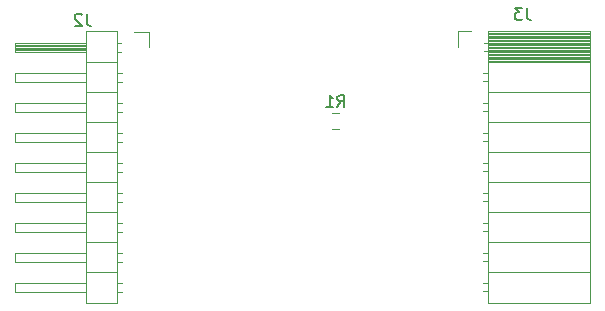
<source format=gbr>
G04 #@! TF.GenerationSoftware,KiCad,Pcbnew,5.1.2*
G04 #@! TF.CreationDate,2019-05-05T18:37:35+02:00*
G04 #@! TF.ProjectId,driverboard,64726976-6572-4626-9f61-72642e6b6963,rev?*
G04 #@! TF.SameCoordinates,Original*
G04 #@! TF.FileFunction,Legend,Bot*
G04 #@! TF.FilePolarity,Positive*
%FSLAX46Y46*%
G04 Gerber Fmt 4.6, Leading zero omitted, Abs format (unit mm)*
G04 Created by KiCad (PCBNEW 5.1.2) date 2019-05-05 18:37:35*
%MOMM*%
%LPD*%
G04 APERTURE LIST*
%ADD10C,0.120000*%
%ADD11C,0.150000*%
G04 APERTURE END LIST*
D10*
X97310000Y-105670000D02*
X97310000Y-128650000D01*
X97310000Y-128650000D02*
X94650000Y-128650000D01*
X94650000Y-128650000D02*
X94650000Y-105670000D01*
X94650000Y-105670000D02*
X97310000Y-105670000D01*
X94650000Y-106620000D02*
X88650000Y-106620000D01*
X88650000Y-106620000D02*
X88650000Y-107380000D01*
X88650000Y-107380000D02*
X94650000Y-107380000D01*
X94650000Y-106680000D02*
X88650000Y-106680000D01*
X94650000Y-106800000D02*
X88650000Y-106800000D01*
X94650000Y-106920000D02*
X88650000Y-106920000D01*
X94650000Y-107040000D02*
X88650000Y-107040000D01*
X94650000Y-107160000D02*
X88650000Y-107160000D01*
X94650000Y-107280000D02*
X88650000Y-107280000D01*
X97640000Y-106620000D02*
X97310000Y-106620000D01*
X97640000Y-107380000D02*
X97310000Y-107380000D01*
X97310000Y-108270000D02*
X94650000Y-108270000D01*
X94650000Y-109160000D02*
X88650000Y-109160000D01*
X88650000Y-109160000D02*
X88650000Y-109920000D01*
X88650000Y-109920000D02*
X94650000Y-109920000D01*
X97707071Y-109160000D02*
X97310000Y-109160000D01*
X97707071Y-109920000D02*
X97310000Y-109920000D01*
X97310000Y-110810000D02*
X94650000Y-110810000D01*
X94650000Y-111700000D02*
X88650000Y-111700000D01*
X88650000Y-111700000D02*
X88650000Y-112460000D01*
X88650000Y-112460000D02*
X94650000Y-112460000D01*
X97707071Y-111700000D02*
X97310000Y-111700000D01*
X97707071Y-112460000D02*
X97310000Y-112460000D01*
X97310000Y-113350000D02*
X94650000Y-113350000D01*
X94650000Y-114240000D02*
X88650000Y-114240000D01*
X88650000Y-114240000D02*
X88650000Y-115000000D01*
X88650000Y-115000000D02*
X94650000Y-115000000D01*
X97707071Y-114240000D02*
X97310000Y-114240000D01*
X97707071Y-115000000D02*
X97310000Y-115000000D01*
X97310000Y-115890000D02*
X94650000Y-115890000D01*
X94650000Y-116780000D02*
X88650000Y-116780000D01*
X88650000Y-116780000D02*
X88650000Y-117540000D01*
X88650000Y-117540000D02*
X94650000Y-117540000D01*
X97707071Y-116780000D02*
X97310000Y-116780000D01*
X97707071Y-117540000D02*
X97310000Y-117540000D01*
X97310000Y-118430000D02*
X94650000Y-118430000D01*
X94650000Y-119320000D02*
X88650000Y-119320000D01*
X88650000Y-119320000D02*
X88650000Y-120080000D01*
X88650000Y-120080000D02*
X94650000Y-120080000D01*
X97707071Y-119320000D02*
X97310000Y-119320000D01*
X97707071Y-120080000D02*
X97310000Y-120080000D01*
X97310000Y-120970000D02*
X94650000Y-120970000D01*
X94650000Y-121860000D02*
X88650000Y-121860000D01*
X88650000Y-121860000D02*
X88650000Y-122620000D01*
X88650000Y-122620000D02*
X94650000Y-122620000D01*
X97707071Y-121860000D02*
X97310000Y-121860000D01*
X97707071Y-122620000D02*
X97310000Y-122620000D01*
X97310000Y-123510000D02*
X94650000Y-123510000D01*
X94650000Y-124400000D02*
X88650000Y-124400000D01*
X88650000Y-124400000D02*
X88650000Y-125160000D01*
X88650000Y-125160000D02*
X94650000Y-125160000D01*
X97707071Y-124400000D02*
X97310000Y-124400000D01*
X97707071Y-125160000D02*
X97310000Y-125160000D01*
X97310000Y-126050000D02*
X94650000Y-126050000D01*
X94650000Y-126940000D02*
X88650000Y-126940000D01*
X88650000Y-126940000D02*
X88650000Y-127700000D01*
X88650000Y-127700000D02*
X94650000Y-127700000D01*
X97707071Y-126940000D02*
X97310000Y-126940000D01*
X97707071Y-127700000D02*
X97310000Y-127700000D01*
X100020000Y-107000000D02*
X100020000Y-105730000D01*
X100020000Y-105730000D02*
X98750000Y-105730000D01*
X137340000Y-105790000D02*
X128710000Y-105790000D01*
X137340000Y-105908095D02*
X128710000Y-105908095D01*
X137340000Y-106026190D02*
X128710000Y-106026190D01*
X137340000Y-106144285D02*
X128710000Y-106144285D01*
X137340000Y-106262380D02*
X128710000Y-106262380D01*
X137340000Y-106380475D02*
X128710000Y-106380475D01*
X137340000Y-106498570D02*
X128710000Y-106498570D01*
X137340000Y-106616665D02*
X128710000Y-106616665D01*
X137340000Y-106734760D02*
X128710000Y-106734760D01*
X137340000Y-106852855D02*
X128710000Y-106852855D01*
X137340000Y-106970950D02*
X128710000Y-106970950D01*
X137340000Y-107089045D02*
X128710000Y-107089045D01*
X137340000Y-107207140D02*
X128710000Y-107207140D01*
X137340000Y-107325235D02*
X128710000Y-107325235D01*
X137340000Y-107443330D02*
X128710000Y-107443330D01*
X137340000Y-107561425D02*
X128710000Y-107561425D01*
X137340000Y-107679520D02*
X128710000Y-107679520D01*
X137340000Y-107797615D02*
X128710000Y-107797615D01*
X137340000Y-107915710D02*
X128710000Y-107915710D01*
X137340000Y-108033805D02*
X128710000Y-108033805D01*
X137340000Y-108151900D02*
X128710000Y-108151900D01*
X128710000Y-106640000D02*
X128360000Y-106640000D01*
X128710000Y-107360000D02*
X128360000Y-107360000D01*
X128710000Y-109180000D02*
X128300000Y-109180000D01*
X128710000Y-109900000D02*
X128300000Y-109900000D01*
X128710000Y-111720000D02*
X128300000Y-111720000D01*
X128710000Y-112440000D02*
X128300000Y-112440000D01*
X128710000Y-114260000D02*
X128300000Y-114260000D01*
X128710000Y-114980000D02*
X128300000Y-114980000D01*
X128710000Y-116800000D02*
X128300000Y-116800000D01*
X128710000Y-117520000D02*
X128300000Y-117520000D01*
X128710000Y-119340000D02*
X128300000Y-119340000D01*
X128710000Y-120060000D02*
X128300000Y-120060000D01*
X128710000Y-121880000D02*
X128300000Y-121880000D01*
X128710000Y-122600000D02*
X128300000Y-122600000D01*
X128710000Y-124420000D02*
X128300000Y-124420000D01*
X128710000Y-125140000D02*
X128300000Y-125140000D01*
X128710000Y-126960000D02*
X128300000Y-126960000D01*
X128710000Y-127680000D02*
X128300000Y-127680000D01*
X137340000Y-108270000D02*
X128710000Y-108270000D01*
X137340000Y-110810000D02*
X128710000Y-110810000D01*
X137340000Y-113350000D02*
X128710000Y-113350000D01*
X137340000Y-115890000D02*
X128710000Y-115890000D01*
X137340000Y-118430000D02*
X128710000Y-118430000D01*
X137340000Y-120970000D02*
X128710000Y-120970000D01*
X137340000Y-123510000D02*
X128710000Y-123510000D01*
X137340000Y-126050000D02*
X128710000Y-126050000D01*
X137340000Y-105670000D02*
X128710000Y-105670000D01*
X128710000Y-105670000D02*
X128710000Y-128650000D01*
X137340000Y-128650000D02*
X128710000Y-128650000D01*
X137340000Y-105670000D02*
X137340000Y-128650000D01*
X126140000Y-105670000D02*
X126140000Y-107000000D01*
X127250000Y-105670000D02*
X126140000Y-105670000D01*
X116036252Y-112540000D02*
X115513748Y-112540000D01*
X116036252Y-113960000D02*
X115513748Y-113960000D01*
D11*
X94698333Y-104182380D02*
X94698333Y-104896666D01*
X94745952Y-105039523D01*
X94841190Y-105134761D01*
X94984047Y-105182380D01*
X95079285Y-105182380D01*
X94269761Y-104277619D02*
X94222142Y-104230000D01*
X94126904Y-104182380D01*
X93888809Y-104182380D01*
X93793571Y-104230000D01*
X93745952Y-104277619D01*
X93698333Y-104372857D01*
X93698333Y-104468095D01*
X93745952Y-104610952D01*
X94317380Y-105182380D01*
X93698333Y-105182380D01*
X131963333Y-103682380D02*
X131963333Y-104396666D01*
X132010952Y-104539523D01*
X132106190Y-104634761D01*
X132249047Y-104682380D01*
X132344285Y-104682380D01*
X131582380Y-103682380D02*
X130963333Y-103682380D01*
X131296666Y-104063333D01*
X131153809Y-104063333D01*
X131058571Y-104110952D01*
X131010952Y-104158571D01*
X130963333Y-104253809D01*
X130963333Y-104491904D01*
X131010952Y-104587142D01*
X131058571Y-104634761D01*
X131153809Y-104682380D01*
X131439523Y-104682380D01*
X131534761Y-104634761D01*
X131582380Y-104587142D01*
X115941666Y-112052380D02*
X116275000Y-111576190D01*
X116513095Y-112052380D02*
X116513095Y-111052380D01*
X116132142Y-111052380D01*
X116036904Y-111100000D01*
X115989285Y-111147619D01*
X115941666Y-111242857D01*
X115941666Y-111385714D01*
X115989285Y-111480952D01*
X116036904Y-111528571D01*
X116132142Y-111576190D01*
X116513095Y-111576190D01*
X114989285Y-112052380D02*
X115560714Y-112052380D01*
X115275000Y-112052380D02*
X115275000Y-111052380D01*
X115370238Y-111195238D01*
X115465476Y-111290476D01*
X115560714Y-111338095D01*
M02*

</source>
